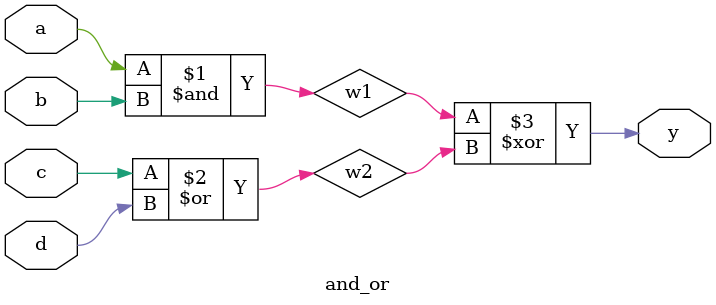
<source format=sv>
module and_or (input a, b, c, d, output y);
    wire w1, w2;
    and(w1, a, b);
    or(w2, c, d);
    xor(y, w1, w2);  // 混合三种逻辑门
endmodule
</source>
